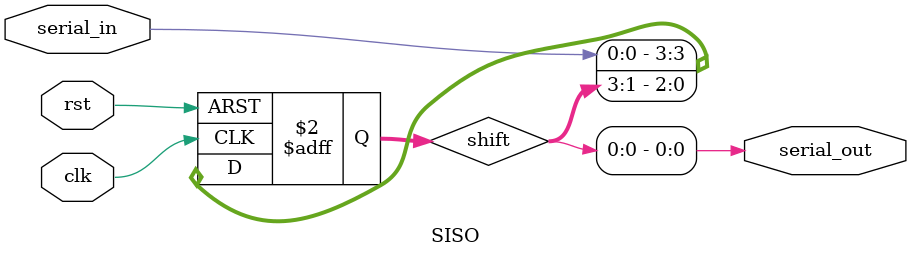
<source format=v>
`timescale 1ns / 1ps


module SISO(
    input wire clk,
    input wire rst,
    input wire serial_in,
    output wire serial_out
    );
    reg [3:0] shift;
    always @(posedge clk or posedge rst) begin
        if(rst) begin
            shift <= 4'b0000;
        end
        else begin
        shift <= {serial_in,shift[3:1]};
        end
    end
    assign serial_out = shift;
endmodule

</source>
